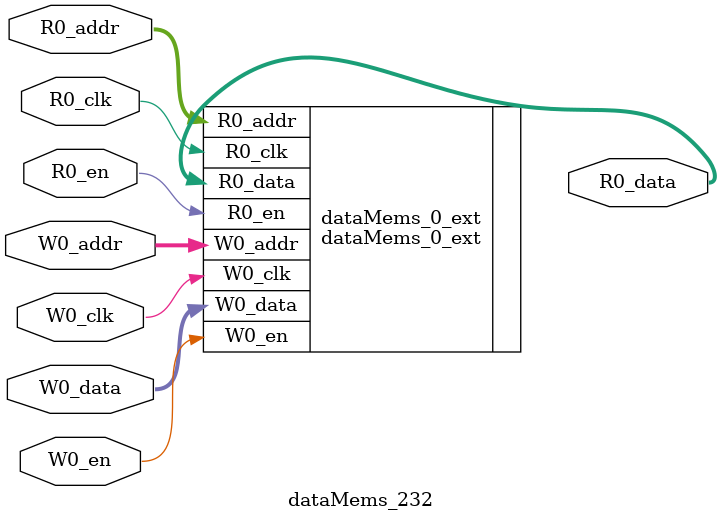
<source format=sv>
`ifndef RANDOMIZE
  `ifdef RANDOMIZE_REG_INIT
    `define RANDOMIZE
  `endif // RANDOMIZE_REG_INIT
`endif // not def RANDOMIZE
`ifndef RANDOMIZE
  `ifdef RANDOMIZE_MEM_INIT
    `define RANDOMIZE
  `endif // RANDOMIZE_MEM_INIT
`endif // not def RANDOMIZE

`ifndef RANDOM
  `define RANDOM $random
`endif // not def RANDOM

// Users can define 'PRINTF_COND' to add an extra gate to prints.
`ifndef PRINTF_COND_
  `ifdef PRINTF_COND
    `define PRINTF_COND_ (`PRINTF_COND)
  `else  // PRINTF_COND
    `define PRINTF_COND_ 1
  `endif // PRINTF_COND
`endif // not def PRINTF_COND_

// Users can define 'ASSERT_VERBOSE_COND' to add an extra gate to assert error printing.
`ifndef ASSERT_VERBOSE_COND_
  `ifdef ASSERT_VERBOSE_COND
    `define ASSERT_VERBOSE_COND_ (`ASSERT_VERBOSE_COND)
  `else  // ASSERT_VERBOSE_COND
    `define ASSERT_VERBOSE_COND_ 1
  `endif // ASSERT_VERBOSE_COND
`endif // not def ASSERT_VERBOSE_COND_

// Users can define 'STOP_COND' to add an extra gate to stop conditions.
`ifndef STOP_COND_
  `ifdef STOP_COND
    `define STOP_COND_ (`STOP_COND)
  `else  // STOP_COND
    `define STOP_COND_ 1
  `endif // STOP_COND
`endif // not def STOP_COND_

// Users can define INIT_RANDOM as general code that gets injected into the
// initializer block for modules with registers.
`ifndef INIT_RANDOM
  `define INIT_RANDOM
`endif // not def INIT_RANDOM

// If using random initialization, you can also define RANDOMIZE_DELAY to
// customize the delay used, otherwise 0.002 is used.
`ifndef RANDOMIZE_DELAY
  `define RANDOMIZE_DELAY 0.002
`endif // not def RANDOMIZE_DELAY

// Define INIT_RANDOM_PROLOG_ for use in our modules below.
`ifndef INIT_RANDOM_PROLOG_
  `ifdef RANDOMIZE
    `ifdef VERILATOR
      `define INIT_RANDOM_PROLOG_ `INIT_RANDOM
    `else  // VERILATOR
      `define INIT_RANDOM_PROLOG_ `INIT_RANDOM #`RANDOMIZE_DELAY begin end
    `endif // VERILATOR
  `else  // RANDOMIZE
    `define INIT_RANDOM_PROLOG_
  `endif // RANDOMIZE
`endif // not def INIT_RANDOM_PROLOG_

// Include register initializers in init blocks unless synthesis is set
`ifndef SYNTHESIS
  `ifndef ENABLE_INITIAL_REG_
    `define ENABLE_INITIAL_REG_
  `endif // not def ENABLE_INITIAL_REG_
`endif // not def SYNTHESIS

// Include rmemory initializers in init blocks unless synthesis is set
`ifndef SYNTHESIS
  `ifndef ENABLE_INITIAL_MEM_
    `define ENABLE_INITIAL_MEM_
  `endif // not def ENABLE_INITIAL_MEM_
`endif // not def SYNTHESIS

module dataMems_232(	// @[generators/ara/src/main/scala/UnsafeAXI4ToTL.scala:365:62]
  input  [4:0]   R0_addr,
  input          R0_en,
  input          R0_clk,
  output [130:0] R0_data,
  input  [4:0]   W0_addr,
  input          W0_en,
  input          W0_clk,
  input  [130:0] W0_data
);

  dataMems_0_ext dataMems_0_ext (	// @[generators/ara/src/main/scala/UnsafeAXI4ToTL.scala:365:62]
    .R0_addr (R0_addr),
    .R0_en   (R0_en),
    .R0_clk  (R0_clk),
    .R0_data (R0_data),
    .W0_addr (W0_addr),
    .W0_en   (W0_en),
    .W0_clk  (W0_clk),
    .W0_data (W0_data)
  );
endmodule


</source>
